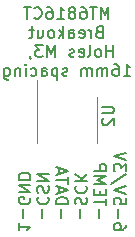
<source format=gbr>
%TF.GenerationSoftware,KiCad,Pcbnew,(5.99.0-11535-gf6cac49802)*%
%TF.CreationDate,2021-07-27T22:48:24-05:00*%
%TF.ProjectId,MT6816CT encoder breakout,4d543638-3136-4435-9420-656e636f6465,rev?*%
%TF.SameCoordinates,Original*%
%TF.FileFunction,Legend,Bot*%
%TF.FilePolarity,Positive*%
%FSLAX46Y46*%
G04 Gerber Fmt 4.6, Leading zero omitted, Abs format (unit mm)*
G04 Created by KiCad (PCBNEW (5.99.0-11535-gf6cac49802)) date 2021-07-27 22:48:24*
%MOMM*%
%LPD*%
G01*
G04 APERTURE LIST*
%ADD10C,0.200000*%
%ADD11C,0.150000*%
%ADD12C,0.120000*%
G04 APERTURE END LIST*
D10*
X142000000Y-74412380D02*
X142000000Y-73412380D01*
X141666666Y-74126666D01*
X141333333Y-73412380D01*
X141333333Y-74412380D01*
X141000000Y-73412380D02*
X140428571Y-73412380D01*
X140714285Y-74412380D02*
X140714285Y-73412380D01*
X139666666Y-73412380D02*
X139857142Y-73412380D01*
X139952380Y-73460000D01*
X140000000Y-73507619D01*
X140095238Y-73650476D01*
X140142857Y-73840952D01*
X140142857Y-74221904D01*
X140095238Y-74317142D01*
X140047619Y-74364761D01*
X139952380Y-74412380D01*
X139761904Y-74412380D01*
X139666666Y-74364761D01*
X139619047Y-74317142D01*
X139571428Y-74221904D01*
X139571428Y-73983809D01*
X139619047Y-73888571D01*
X139666666Y-73840952D01*
X139761904Y-73793333D01*
X139952380Y-73793333D01*
X140047619Y-73840952D01*
X140095238Y-73888571D01*
X140142857Y-73983809D01*
X139000000Y-73840952D02*
X139095238Y-73793333D01*
X139142857Y-73745714D01*
X139190476Y-73650476D01*
X139190476Y-73602857D01*
X139142857Y-73507619D01*
X139095238Y-73460000D01*
X139000000Y-73412380D01*
X138809523Y-73412380D01*
X138714285Y-73460000D01*
X138666666Y-73507619D01*
X138619047Y-73602857D01*
X138619047Y-73650476D01*
X138666666Y-73745714D01*
X138714285Y-73793333D01*
X138809523Y-73840952D01*
X139000000Y-73840952D01*
X139095238Y-73888571D01*
X139142857Y-73936190D01*
X139190476Y-74031428D01*
X139190476Y-74221904D01*
X139142857Y-74317142D01*
X139095238Y-74364761D01*
X139000000Y-74412380D01*
X138809523Y-74412380D01*
X138714285Y-74364761D01*
X138666666Y-74317142D01*
X138619047Y-74221904D01*
X138619047Y-74031428D01*
X138666666Y-73936190D01*
X138714285Y-73888571D01*
X138809523Y-73840952D01*
X137666666Y-74412380D02*
X138238095Y-74412380D01*
X137952380Y-74412380D02*
X137952380Y-73412380D01*
X138047619Y-73555238D01*
X138142857Y-73650476D01*
X138238095Y-73698095D01*
X136809523Y-73412380D02*
X137000000Y-73412380D01*
X137095238Y-73460000D01*
X137142857Y-73507619D01*
X137238095Y-73650476D01*
X137285714Y-73840952D01*
X137285714Y-74221904D01*
X137238095Y-74317142D01*
X137190476Y-74364761D01*
X137095238Y-74412380D01*
X136904761Y-74412380D01*
X136809523Y-74364761D01*
X136761904Y-74317142D01*
X136714285Y-74221904D01*
X136714285Y-73983809D01*
X136761904Y-73888571D01*
X136809523Y-73840952D01*
X136904761Y-73793333D01*
X137095238Y-73793333D01*
X137190476Y-73840952D01*
X137238095Y-73888571D01*
X137285714Y-73983809D01*
X135714285Y-74317142D02*
X135761904Y-74364761D01*
X135904761Y-74412380D01*
X136000000Y-74412380D01*
X136142857Y-74364761D01*
X136238095Y-74269523D01*
X136285714Y-74174285D01*
X136333333Y-73983809D01*
X136333333Y-73840952D01*
X136285714Y-73650476D01*
X136238095Y-73555238D01*
X136142857Y-73460000D01*
X136000000Y-73412380D01*
X135904761Y-73412380D01*
X135761904Y-73460000D01*
X135714285Y-73507619D01*
X135428571Y-73412380D02*
X134857142Y-73412380D01*
X135142857Y-74412380D02*
X135142857Y-73412380D01*
X141214285Y-75498571D02*
X141071428Y-75546190D01*
X141023809Y-75593809D01*
X140976190Y-75689047D01*
X140976190Y-75831904D01*
X141023809Y-75927142D01*
X141071428Y-75974761D01*
X141166666Y-76022380D01*
X141547619Y-76022380D01*
X141547619Y-75022380D01*
X141214285Y-75022380D01*
X141119047Y-75070000D01*
X141071428Y-75117619D01*
X141023809Y-75212857D01*
X141023809Y-75308095D01*
X141071428Y-75403333D01*
X141119047Y-75450952D01*
X141214285Y-75498571D01*
X141547619Y-75498571D01*
X140547619Y-76022380D02*
X140547619Y-75355714D01*
X140547619Y-75546190D02*
X140500000Y-75450952D01*
X140452380Y-75403333D01*
X140357142Y-75355714D01*
X140261904Y-75355714D01*
X139547619Y-75974761D02*
X139642857Y-76022380D01*
X139833333Y-76022380D01*
X139928571Y-75974761D01*
X139976190Y-75879523D01*
X139976190Y-75498571D01*
X139928571Y-75403333D01*
X139833333Y-75355714D01*
X139642857Y-75355714D01*
X139547619Y-75403333D01*
X139500000Y-75498571D01*
X139500000Y-75593809D01*
X139976190Y-75689047D01*
X138642857Y-76022380D02*
X138642857Y-75498571D01*
X138690476Y-75403333D01*
X138785714Y-75355714D01*
X138976190Y-75355714D01*
X139071428Y-75403333D01*
X138642857Y-75974761D02*
X138738095Y-76022380D01*
X138976190Y-76022380D01*
X139071428Y-75974761D01*
X139119047Y-75879523D01*
X139119047Y-75784285D01*
X139071428Y-75689047D01*
X138976190Y-75641428D01*
X138738095Y-75641428D01*
X138642857Y-75593809D01*
X138166666Y-76022380D02*
X138166666Y-75022380D01*
X138071428Y-75641428D02*
X137785714Y-76022380D01*
X137785714Y-75355714D02*
X138166666Y-75736666D01*
X137214285Y-76022380D02*
X137309523Y-75974761D01*
X137357142Y-75927142D01*
X137404761Y-75831904D01*
X137404761Y-75546190D01*
X137357142Y-75450952D01*
X137309523Y-75403333D01*
X137214285Y-75355714D01*
X137071428Y-75355714D01*
X136976190Y-75403333D01*
X136928571Y-75450952D01*
X136880952Y-75546190D01*
X136880952Y-75831904D01*
X136928571Y-75927142D01*
X136976190Y-75974761D01*
X137071428Y-76022380D01*
X137214285Y-76022380D01*
X136023809Y-75355714D02*
X136023809Y-76022380D01*
X136452380Y-75355714D02*
X136452380Y-75879523D01*
X136404761Y-75974761D01*
X136309523Y-76022380D01*
X136166666Y-76022380D01*
X136071428Y-75974761D01*
X136023809Y-75927142D01*
X135690476Y-75355714D02*
X135309523Y-75355714D01*
X135547619Y-75022380D02*
X135547619Y-75879523D01*
X135500000Y-75974761D01*
X135404761Y-76022380D01*
X135309523Y-76022380D01*
X142380952Y-77632380D02*
X142380952Y-76632380D01*
X142380952Y-77108571D02*
X141809523Y-77108571D01*
X141809523Y-77632380D02*
X141809523Y-76632380D01*
X141190476Y-77632380D02*
X141285714Y-77584761D01*
X141333333Y-77537142D01*
X141380952Y-77441904D01*
X141380952Y-77156190D01*
X141333333Y-77060952D01*
X141285714Y-77013333D01*
X141190476Y-76965714D01*
X141047619Y-76965714D01*
X140952380Y-77013333D01*
X140904761Y-77060952D01*
X140857142Y-77156190D01*
X140857142Y-77441904D01*
X140904761Y-77537142D01*
X140952380Y-77584761D01*
X141047619Y-77632380D01*
X141190476Y-77632380D01*
X140285714Y-77632380D02*
X140380952Y-77584761D01*
X140428571Y-77489523D01*
X140428571Y-76632380D01*
X139523809Y-77584761D02*
X139619047Y-77632380D01*
X139809523Y-77632380D01*
X139904761Y-77584761D01*
X139952380Y-77489523D01*
X139952380Y-77108571D01*
X139904761Y-77013333D01*
X139809523Y-76965714D01*
X139619047Y-76965714D01*
X139523809Y-77013333D01*
X139476190Y-77108571D01*
X139476190Y-77203809D01*
X139952380Y-77299047D01*
X139095238Y-77584761D02*
X139000000Y-77632380D01*
X138809523Y-77632380D01*
X138714285Y-77584761D01*
X138666666Y-77489523D01*
X138666666Y-77441904D01*
X138714285Y-77346666D01*
X138809523Y-77299047D01*
X138952380Y-77299047D01*
X139047619Y-77251428D01*
X139095238Y-77156190D01*
X139095238Y-77108571D01*
X139047619Y-77013333D01*
X138952380Y-76965714D01*
X138809523Y-76965714D01*
X138714285Y-77013333D01*
X137476190Y-77632380D02*
X137476190Y-76632380D01*
X137142857Y-77346666D01*
X136809523Y-76632380D01*
X136809523Y-77632380D01*
X136428571Y-76632380D02*
X135809523Y-76632380D01*
X136142857Y-77013333D01*
X136000000Y-77013333D01*
X135904761Y-77060952D01*
X135857142Y-77108571D01*
X135809523Y-77203809D01*
X135809523Y-77441904D01*
X135857142Y-77537142D01*
X135904761Y-77584761D01*
X136000000Y-77632380D01*
X136285714Y-77632380D01*
X136380952Y-77584761D01*
X136428571Y-77537142D01*
X135333333Y-77584761D02*
X135333333Y-77632380D01*
X135380952Y-77727619D01*
X135428571Y-77775238D01*
X143285714Y-79242380D02*
X143857142Y-79242380D01*
X143571428Y-79242380D02*
X143571428Y-78242380D01*
X143666666Y-78385238D01*
X143761904Y-78480476D01*
X143857142Y-78528095D01*
X142428571Y-78242380D02*
X142619047Y-78242380D01*
X142714285Y-78290000D01*
X142761904Y-78337619D01*
X142857142Y-78480476D01*
X142904761Y-78670952D01*
X142904761Y-79051904D01*
X142857142Y-79147142D01*
X142809523Y-79194761D01*
X142714285Y-79242380D01*
X142523809Y-79242380D01*
X142428571Y-79194761D01*
X142380952Y-79147142D01*
X142333333Y-79051904D01*
X142333333Y-78813809D01*
X142380952Y-78718571D01*
X142428571Y-78670952D01*
X142523809Y-78623333D01*
X142714285Y-78623333D01*
X142809523Y-78670952D01*
X142857142Y-78718571D01*
X142904761Y-78813809D01*
X141904761Y-79242380D02*
X141904761Y-78575714D01*
X141904761Y-78670952D02*
X141857142Y-78623333D01*
X141761904Y-78575714D01*
X141619047Y-78575714D01*
X141523809Y-78623333D01*
X141476190Y-78718571D01*
X141476190Y-79242380D01*
X141476190Y-78718571D02*
X141428571Y-78623333D01*
X141333333Y-78575714D01*
X141190476Y-78575714D01*
X141095238Y-78623333D01*
X141047619Y-78718571D01*
X141047619Y-79242380D01*
X140571428Y-79242380D02*
X140571428Y-78575714D01*
X140571428Y-78670952D02*
X140523809Y-78623333D01*
X140428571Y-78575714D01*
X140285714Y-78575714D01*
X140190476Y-78623333D01*
X140142857Y-78718571D01*
X140142857Y-79242380D01*
X140142857Y-78718571D02*
X140095238Y-78623333D01*
X140000000Y-78575714D01*
X139857142Y-78575714D01*
X139761904Y-78623333D01*
X139714285Y-78718571D01*
X139714285Y-79242380D01*
X138523809Y-79194761D02*
X138428571Y-79242380D01*
X138238095Y-79242380D01*
X138142857Y-79194761D01*
X138095238Y-79099523D01*
X138095238Y-79051904D01*
X138142857Y-78956666D01*
X138238095Y-78909047D01*
X138380952Y-78909047D01*
X138476190Y-78861428D01*
X138523809Y-78766190D01*
X138523809Y-78718571D01*
X138476190Y-78623333D01*
X138380952Y-78575714D01*
X138238095Y-78575714D01*
X138142857Y-78623333D01*
X137666666Y-78575714D02*
X137666666Y-79575714D01*
X137666666Y-78623333D02*
X137571428Y-78575714D01*
X137380952Y-78575714D01*
X137285714Y-78623333D01*
X137238095Y-78670952D01*
X137190476Y-78766190D01*
X137190476Y-79051904D01*
X137238095Y-79147142D01*
X137285714Y-79194761D01*
X137380952Y-79242380D01*
X137571428Y-79242380D01*
X137666666Y-79194761D01*
X136333333Y-79242380D02*
X136333333Y-78718571D01*
X136380952Y-78623333D01*
X136476190Y-78575714D01*
X136666666Y-78575714D01*
X136761904Y-78623333D01*
X136333333Y-79194761D02*
X136428571Y-79242380D01*
X136666666Y-79242380D01*
X136761904Y-79194761D01*
X136809523Y-79099523D01*
X136809523Y-79004285D01*
X136761904Y-78909047D01*
X136666666Y-78861428D01*
X136428571Y-78861428D01*
X136333333Y-78813809D01*
X135428571Y-79194761D02*
X135523809Y-79242380D01*
X135714285Y-79242380D01*
X135809523Y-79194761D01*
X135857142Y-79147142D01*
X135904761Y-79051904D01*
X135904761Y-78766190D01*
X135857142Y-78670952D01*
X135809523Y-78623333D01*
X135714285Y-78575714D01*
X135523809Y-78575714D01*
X135428571Y-78623333D01*
X135000000Y-79242380D02*
X135000000Y-78575714D01*
X135000000Y-78242380D02*
X135047619Y-78290000D01*
X135000000Y-78337619D01*
X134952380Y-78290000D01*
X135000000Y-78242380D01*
X135000000Y-78337619D01*
X134523809Y-78575714D02*
X134523809Y-79242380D01*
X134523809Y-78670952D02*
X134476190Y-78623333D01*
X134380952Y-78575714D01*
X134238095Y-78575714D01*
X134142857Y-78623333D01*
X134095238Y-78718571D01*
X134095238Y-79242380D01*
X133190476Y-78575714D02*
X133190476Y-79385238D01*
X133238095Y-79480476D01*
X133285714Y-79528095D01*
X133380952Y-79575714D01*
X133523809Y-79575714D01*
X133619047Y-79528095D01*
X133190476Y-79194761D02*
X133285714Y-79242380D01*
X133476190Y-79242380D01*
X133571428Y-79194761D01*
X133619047Y-79147142D01*
X133666666Y-79051904D01*
X133666666Y-78766190D01*
X133619047Y-78670952D01*
X133571428Y-78623333D01*
X133476190Y-78575714D01*
X133285714Y-78575714D01*
X133190476Y-78623333D01*
X141163571Y-91307500D02*
X141163571Y-90545595D01*
X141782619Y-90212261D02*
X141782619Y-89640833D01*
X140782619Y-89926547D02*
X141782619Y-89926547D01*
X141306428Y-89307500D02*
X141306428Y-88974166D01*
X140782619Y-88831309D02*
X140782619Y-89307500D01*
X141782619Y-89307500D01*
X141782619Y-88831309D01*
X140782619Y-88402738D02*
X141782619Y-88402738D01*
X141068333Y-88069404D01*
X141782619Y-87736071D01*
X140782619Y-87736071D01*
X140782619Y-87259880D02*
X141782619Y-87259880D01*
X141782619Y-86878928D01*
X141735000Y-86783690D01*
X141687380Y-86736071D01*
X141592142Y-86688452D01*
X141449285Y-86688452D01*
X141354047Y-86736071D01*
X141306428Y-86783690D01*
X141258809Y-86878928D01*
X141258809Y-87259880D01*
X139553571Y-91307500D02*
X139553571Y-90545595D01*
X139220238Y-90117023D02*
X139172619Y-89974166D01*
X139172619Y-89736071D01*
X139220238Y-89640833D01*
X139267857Y-89593214D01*
X139363095Y-89545595D01*
X139458333Y-89545595D01*
X139553571Y-89593214D01*
X139601190Y-89640833D01*
X139648809Y-89736071D01*
X139696428Y-89926547D01*
X139744047Y-90021785D01*
X139791666Y-90069404D01*
X139886904Y-90117023D01*
X139982142Y-90117023D01*
X140077380Y-90069404D01*
X140125000Y-90021785D01*
X140172619Y-89926547D01*
X140172619Y-89688452D01*
X140125000Y-89545595D01*
X139267857Y-88545595D02*
X139220238Y-88593214D01*
X139172619Y-88736071D01*
X139172619Y-88831309D01*
X139220238Y-88974166D01*
X139315476Y-89069404D01*
X139410714Y-89117023D01*
X139601190Y-89164642D01*
X139744047Y-89164642D01*
X139934523Y-89117023D01*
X140029761Y-89069404D01*
X140125000Y-88974166D01*
X140172619Y-88831309D01*
X140172619Y-88736071D01*
X140125000Y-88593214D01*
X140077380Y-88545595D01*
X139172619Y-88117023D02*
X140172619Y-88117023D01*
X139172619Y-87545595D02*
X139744047Y-87974166D01*
X140172619Y-87545595D02*
X139601190Y-88117023D01*
X137943571Y-91307500D02*
X137943571Y-90545595D01*
X137562619Y-90069404D02*
X138562619Y-90069404D01*
X138562619Y-89831309D01*
X138515000Y-89688452D01*
X138419761Y-89593214D01*
X138324523Y-89545595D01*
X138134047Y-89497976D01*
X137991190Y-89497976D01*
X137800714Y-89545595D01*
X137705476Y-89593214D01*
X137610238Y-89688452D01*
X137562619Y-89831309D01*
X137562619Y-90069404D01*
X137848333Y-89117023D02*
X137848333Y-88640833D01*
X137562619Y-89212261D02*
X138562619Y-88878928D01*
X137562619Y-88545595D01*
X138562619Y-88355119D02*
X138562619Y-87783690D01*
X137562619Y-88069404D02*
X138562619Y-88069404D01*
X137848333Y-87497976D02*
X137848333Y-87021785D01*
X137562619Y-87593214D02*
X138562619Y-87259880D01*
X137562619Y-86926547D01*
X136333571Y-91307500D02*
X136333571Y-90545595D01*
X136047857Y-89497976D02*
X136000238Y-89545595D01*
X135952619Y-89688452D01*
X135952619Y-89783690D01*
X136000238Y-89926547D01*
X136095476Y-90021785D01*
X136190714Y-90069404D01*
X136381190Y-90117023D01*
X136524047Y-90117023D01*
X136714523Y-90069404D01*
X136809761Y-90021785D01*
X136905000Y-89926547D01*
X136952619Y-89783690D01*
X136952619Y-89688452D01*
X136905000Y-89545595D01*
X136857380Y-89497976D01*
X136000238Y-89117023D02*
X135952619Y-88974166D01*
X135952619Y-88736071D01*
X136000238Y-88640833D01*
X136047857Y-88593214D01*
X136143095Y-88545595D01*
X136238333Y-88545595D01*
X136333571Y-88593214D01*
X136381190Y-88640833D01*
X136428809Y-88736071D01*
X136476428Y-88926547D01*
X136524047Y-89021785D01*
X136571666Y-89069404D01*
X136666904Y-89117023D01*
X136762142Y-89117023D01*
X136857380Y-89069404D01*
X136905000Y-89021785D01*
X136952619Y-88926547D01*
X136952619Y-88688452D01*
X136905000Y-88545595D01*
X135952619Y-88117023D02*
X136952619Y-88117023D01*
X135952619Y-87545595D01*
X136952619Y-87545595D01*
X143447619Y-91828333D02*
X143447619Y-92018809D01*
X143400000Y-92114047D01*
X143352380Y-92161666D01*
X143209523Y-92256904D01*
X143019047Y-92304523D01*
X142638095Y-92304523D01*
X142542857Y-92256904D01*
X142495238Y-92209285D01*
X142447619Y-92114047D01*
X142447619Y-91923571D01*
X142495238Y-91828333D01*
X142542857Y-91780714D01*
X142638095Y-91733095D01*
X142876190Y-91733095D01*
X142971428Y-91780714D01*
X143019047Y-91828333D01*
X143066666Y-91923571D01*
X143066666Y-92114047D01*
X143019047Y-92209285D01*
X142971428Y-92256904D01*
X142876190Y-92304523D01*
X142828571Y-91304523D02*
X142828571Y-90542619D01*
X143447619Y-89590238D02*
X143447619Y-90066428D01*
X142971428Y-90114047D01*
X143019047Y-90066428D01*
X143066666Y-89971190D01*
X143066666Y-89733095D01*
X143019047Y-89637857D01*
X142971428Y-89590238D01*
X142876190Y-89542619D01*
X142638095Y-89542619D01*
X142542857Y-89590238D01*
X142495238Y-89637857D01*
X142447619Y-89733095D01*
X142447619Y-89971190D01*
X142495238Y-90066428D01*
X142542857Y-90114047D01*
X143447619Y-89256904D02*
X142447619Y-88923571D01*
X143447619Y-88590238D01*
X143495238Y-87542619D02*
X142209523Y-88399761D01*
X143447619Y-87304523D02*
X143447619Y-86685476D01*
X143066666Y-87018809D01*
X143066666Y-86875952D01*
X143019047Y-86780714D01*
X142971428Y-86733095D01*
X142876190Y-86685476D01*
X142638095Y-86685476D01*
X142542857Y-86733095D01*
X142495238Y-86780714D01*
X142447619Y-86875952D01*
X142447619Y-87161666D01*
X142495238Y-87256904D01*
X142542857Y-87304523D01*
X143447619Y-86399761D02*
X142447619Y-86066428D01*
X143447619Y-85733095D01*
X134397619Y-91733095D02*
X134397619Y-92304523D01*
X134397619Y-92018809D02*
X135397619Y-92018809D01*
X135254761Y-92114047D01*
X135159523Y-92209285D01*
X135111904Y-92304523D01*
X134778571Y-91304523D02*
X134778571Y-90542619D01*
X135350000Y-89542619D02*
X135397619Y-89637857D01*
X135397619Y-89780714D01*
X135350000Y-89923571D01*
X135254761Y-90018809D01*
X135159523Y-90066428D01*
X134969047Y-90114047D01*
X134826190Y-90114047D01*
X134635714Y-90066428D01*
X134540476Y-90018809D01*
X134445238Y-89923571D01*
X134397619Y-89780714D01*
X134397619Y-89685476D01*
X134445238Y-89542619D01*
X134492857Y-89495000D01*
X134826190Y-89495000D01*
X134826190Y-89685476D01*
X134397619Y-89066428D02*
X135397619Y-89066428D01*
X134397619Y-88495000D01*
X135397619Y-88495000D01*
X134397619Y-88018809D02*
X135397619Y-88018809D01*
X135397619Y-87780714D01*
X135350000Y-87637857D01*
X135254761Y-87542619D01*
X135159523Y-87495000D01*
X134969047Y-87447380D01*
X134826190Y-87447380D01*
X134635714Y-87495000D01*
X134540476Y-87542619D01*
X134445238Y-87637857D01*
X134397619Y-87780714D01*
X134397619Y-88018809D01*
D11*
%TO.C,U2*%
X141452380Y-81838095D02*
X142261904Y-81838095D01*
X142357142Y-81885714D01*
X142404761Y-81933333D01*
X142452380Y-82028571D01*
X142452380Y-82219047D01*
X142404761Y-82314285D01*
X142357142Y-82361904D01*
X142261904Y-82409523D01*
X141452380Y-82409523D01*
X141547619Y-82838095D02*
X141500000Y-82885714D01*
X141452380Y-82980952D01*
X141452380Y-83219047D01*
X141500000Y-83314285D01*
X141547619Y-83361904D01*
X141642857Y-83409523D01*
X141738095Y-83409523D01*
X141880952Y-83361904D01*
X142452380Y-82790476D01*
X142452380Y-83409523D01*
D12*
X135940000Y-83000000D02*
X135940000Y-79550000D01*
X135940000Y-83000000D02*
X135940000Y-84950000D01*
X141060000Y-83000000D02*
X141060000Y-81050000D01*
X141060000Y-83000000D02*
X141060000Y-84950000D01*
%TD*%
M02*

</source>
